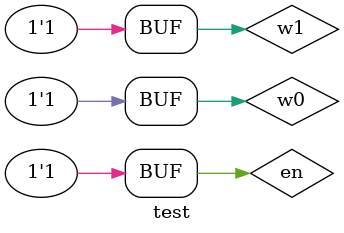
<source format=v>
module twotoFourDecoder(y3,y2,y1,y0,en,w1,w0);
input en,w1,w0;
output y3,y2,y1,y0;
wire i1,i2;
not a1(i1,w1);
not a0(i0,w0);

and a2(y3,en,i1,i0);
and a3(y2,en,i1,w0);
and a4(y1,en,w1,i0);
and a5(y0,en,w1,w0);

endmodule

module test;
reg en,w1,w0;
wire y3,y2,y1,y0;
twotoFourDecoder i(y3,y2,y1,y0,en,w1,w0);
initial
begin
   en=1'b0;
   w1=1'b0;
   w0=1'b0;

    $monitor("time:%0t,en=%b,w1=%b,w0=%b,y3=%b,y2=%b,y1=%b,y0=%b",$time,en,w1,w0,y3,y2,y1,y0);
    #5 en=1'b1; w1=1'b0; w0=1'b0;
    #5 en=1'b1; w1=1'b0; w0=1'b1;
    #5 en=1'b1; w1=1'b1; w0=1'b0;
    #5 en=1'b1; w1=1'b1; w0=1'b1;
end
endmodule
</source>
